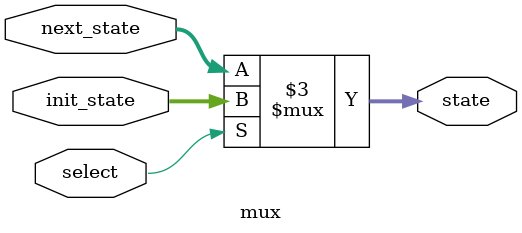
<source format=v>
`timescale 1ns / 1ps


module mux(
    input select,
    input [R-1:0] next_state,
    input [R-1:0] init_state,
    output [R-1:0] state
    );
    
    parameter R = 4;
    
    reg [R-1:0] state;
    
    always @ (*) begin
        if (select) begin
            state <= init_state;
        end
        else begin
            state <= next_state;
        end
    end
    
endmodule

</source>
